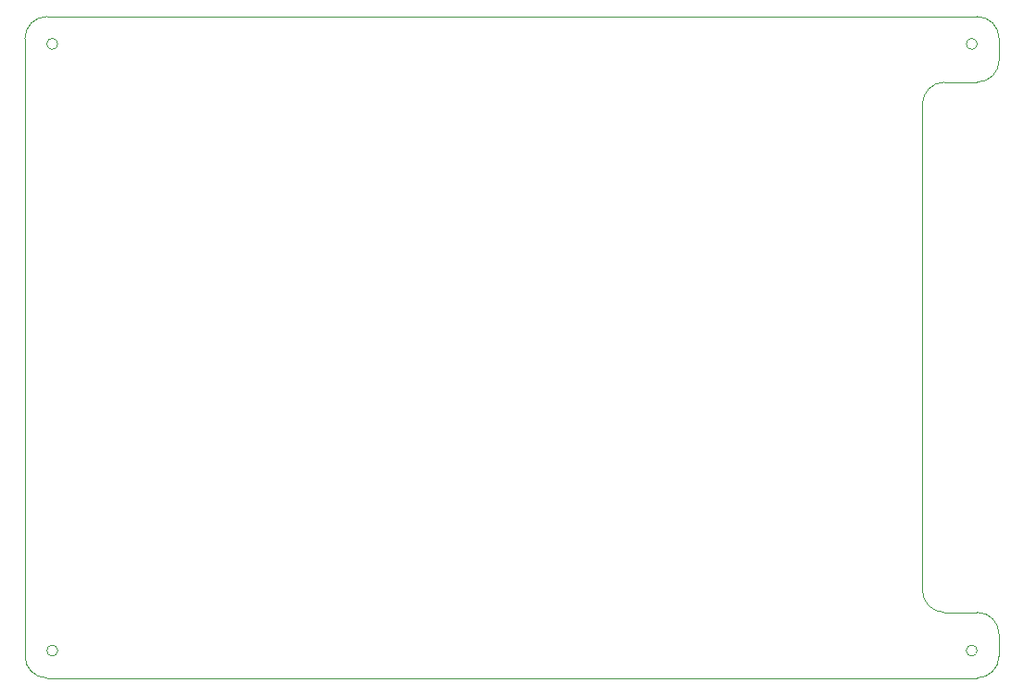
<source format=gbr>
%TF.GenerationSoftware,KiCad,Pcbnew,7.0.6*%
%TF.CreationDate,2023-07-20T20:34:57+02:00*%
%TF.ProjectId,black_scope,626c6163-6b5f-4736-936f-70652e6b6963,rev?*%
%TF.SameCoordinates,Original*%
%TF.FileFunction,Profile,NP*%
%FSLAX46Y46*%
G04 Gerber Fmt 4.6, Leading zero omitted, Abs format (unit mm)*
G04 Created by KiCad (PCBNEW 7.0.6) date 2023-07-20 20:34:57*
%MOMM*%
%LPD*%
G01*
G04 APERTURE LIST*
%TA.AperFunction,Profile*%
%ADD10C,0.100000*%
%TD*%
G04 APERTURE END LIST*
D10*
X185000000Y-78250000D02*
X182000000Y-78250000D01*
X185000000Y-130250000D02*
G75*
G03*
X185000000Y-130250000I-500000J0D01*
G01*
X185000000Y-74750000D02*
G75*
G03*
X185000000Y-74750000I-500000J0D01*
G01*
X187000000Y-130750000D02*
X187000000Y-128750000D01*
X185000000Y-132750000D02*
G75*
G03*
X187000000Y-130750000I0J2000000D01*
G01*
X180000000Y-124750000D02*
G75*
G03*
X182000000Y-126750000I2000000J0D01*
G01*
X101000000Y-130250000D02*
G75*
G03*
X101000000Y-130250000I-500000J0D01*
G01*
X100000000Y-72250000D02*
G75*
G03*
X98000000Y-74250000I0J-2000000D01*
G01*
X98000000Y-130750000D02*
G75*
G03*
X100000000Y-132750000I2000000J0D01*
G01*
X100000000Y-132750000D02*
X185000000Y-132750000D01*
X185000000Y-126750000D02*
X182000000Y-126750000D01*
X187000000Y-128750000D02*
G75*
G03*
X185000000Y-126750000I-2000000J0D01*
G01*
X101000000Y-74750000D02*
G75*
G03*
X101000000Y-74750000I-500000J0D01*
G01*
X98000000Y-74250000D02*
X98000000Y-130750000D01*
X185000000Y-78250000D02*
G75*
G03*
X187000000Y-76250000I0J2000000D01*
G01*
X187000000Y-74250000D02*
G75*
G03*
X185000000Y-72250000I-2000000J0D01*
G01*
X187000000Y-74250000D02*
X187000000Y-76250000D01*
X180000000Y-124750000D02*
X180000001Y-80250001D01*
X100000000Y-72250000D02*
X185000000Y-72250000D01*
X182000001Y-78250001D02*
G75*
G03*
X180000001Y-80250001I-1J-1999999D01*
G01*
M02*

</source>
